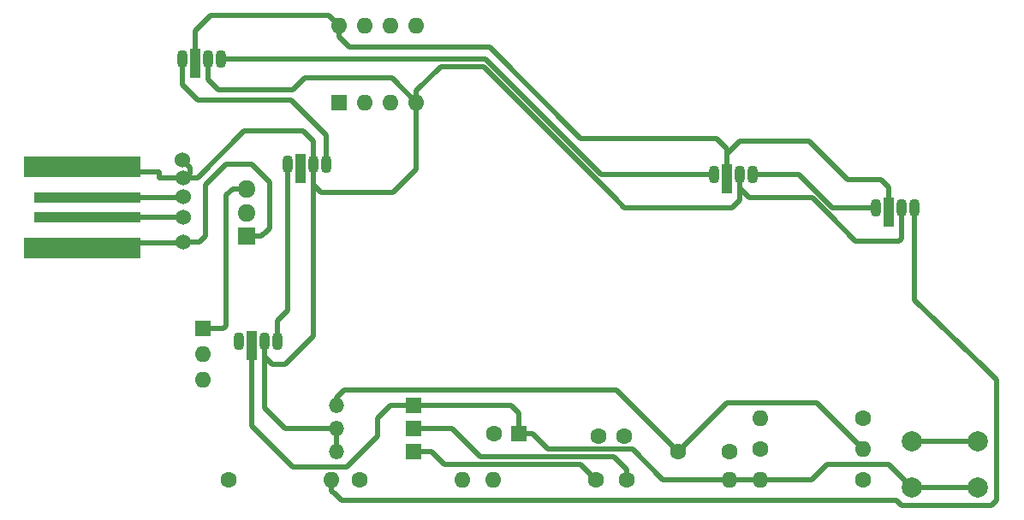
<source format=gtl>
G04 #@! TF.GenerationSoftware,KiCad,Pcbnew,(5.1.5-0-10_14)*
G04 #@! TF.CreationDate,2020-11-16T18:29:34+01:00*
G04 #@! TF.ProjectId,badge_2020,62616467-655f-4323-9032-302e6b696361,rev?*
G04 #@! TF.SameCoordinates,Original*
G04 #@! TF.FileFunction,Copper,L1,Top*
G04 #@! TF.FilePolarity,Positive*
%FSLAX46Y46*%
G04 Gerber Fmt 4.6, Leading zero omitted, Abs format (unit mm)*
G04 Created by KiCad (PCBNEW (5.1.5-0-10_14)) date 2020-11-16 18:29:34*
%MOMM*%
%LPD*%
G04 APERTURE LIST*
%ADD10C,0.500000*%
%ADD11C,1.600000*%
%ADD12R,1.600000X1.600000*%
%ADD13R,1.070000X3.000000*%
%ADD14O,1.070000X1.800000*%
%ADD15O,1.500000X1.500000*%
%ADD16R,1.500000X1.500000*%
%ADD17R,11.500000X2.000000*%
%ADD18R,10.500000X1.000000*%
%ADD19C,1.524000*%
%ADD20O,1.600000X1.600000*%
%ADD21O,1.800000X1.717500*%
%ADD22R,1.800000X1.717500*%
%ADD23C,2.000000*%
G04 APERTURE END LIST*
D10*
X130759700Y-109876000D02*
X130759700Y-109276000D01*
X130778500Y-109816900D02*
X132778500Y-109816900D01*
X128783100Y-116276000D02*
X132783100Y-116276000D01*
X128783100Y-109276000D02*
X130783100Y-109276000D01*
X128783100Y-111776000D02*
X132783100Y-111776000D01*
X128783100Y-113776000D02*
X132783100Y-113776000D01*
D11*
X163870000Y-135128000D03*
D12*
X166370000Y-135128000D03*
D13*
X139954000Y-126484000D03*
D14*
X138684000Y-125984000D03*
X141224000Y-125984000D03*
X142494000Y-125984000D03*
D15*
X148336000Y-136906000D03*
D16*
X155956000Y-136906000D03*
D15*
X148336000Y-134620000D03*
D16*
X155956000Y-134620000D03*
D11*
X187118000Y-136906000D03*
X182118000Y-136906000D03*
D17*
X123184000Y-108776000D03*
X123184000Y-116776000D03*
D18*
X123684000Y-113776000D03*
X123684000Y-111776000D03*
D19*
X133113300Y-109809400D03*
X133100600Y-111737900D03*
X133100600Y-113737900D03*
X133100600Y-116237900D03*
X133077200Y-108064300D03*
D20*
X148590000Y-94742000D03*
X156210000Y-102362000D03*
X151130000Y-94742000D03*
X153670000Y-102362000D03*
X153670000Y-94742000D03*
X151130000Y-102362000D03*
X156210000Y-94742000D03*
D12*
X148590000Y-102362000D03*
D11*
X176784000Y-135382000D03*
X174244000Y-135382000D03*
D13*
X144780000Y-108958000D03*
D14*
X143510000Y-108458000D03*
X146050000Y-108458000D03*
X147320000Y-108458000D03*
D13*
X134366000Y-98544000D03*
D14*
X133096000Y-98044000D03*
X135636000Y-98044000D03*
X136906000Y-98044000D03*
D13*
X186944000Y-109974000D03*
D14*
X185674000Y-109474000D03*
X188214000Y-109474000D03*
X189484000Y-109474000D03*
D13*
X202946000Y-113276000D03*
D14*
X201676000Y-112776000D03*
X204216000Y-112776000D03*
X205486000Y-112776000D03*
D20*
X135128000Y-127254000D03*
X135128000Y-129794000D03*
D12*
X135128000Y-124714000D03*
D15*
X148336000Y-132334000D03*
D16*
X155956000Y-132334000D03*
D20*
X190246000Y-133604000D03*
D11*
X200406000Y-133604000D03*
D20*
X147828000Y-139700000D03*
D11*
X137668000Y-139700000D03*
D20*
X190246000Y-139700000D03*
D11*
X200406000Y-139700000D03*
D20*
X200406000Y-136652000D03*
D11*
X190246000Y-136652000D03*
D21*
X139446000Y-110990000D03*
X139446000Y-113280000D03*
D22*
X139446000Y-115570000D03*
D20*
X187198000Y-139700000D03*
D11*
X177038000Y-139700000D03*
D20*
X160782000Y-139700000D03*
D11*
X150622000Y-139700000D03*
D20*
X163830000Y-139700000D03*
D11*
X173990000Y-139700000D03*
D23*
X211732000Y-140462000D03*
X211732000Y-135962000D03*
X205232000Y-140462000D03*
X205232000Y-135962000D03*
D10*
X148336000Y-136906000D02*
X148336000Y-134620000D01*
X133077200Y-108064300D02*
X133839199Y-108826299D01*
X133478510Y-109809400D02*
X134030600Y-109809400D01*
X133839199Y-109448711D02*
X133478510Y-109809400D01*
X133839199Y-108826299D02*
X133839199Y-109448711D01*
X203962000Y-116078000D02*
X204216000Y-115824000D01*
X204216000Y-115824000D02*
X204216000Y-112776000D01*
X197068046Y-113502046D02*
X199644000Y-116078000D01*
X199644000Y-116078000D02*
X203962000Y-116078000D01*
X197068046Y-113476008D02*
X197068046Y-113502046D01*
X195352038Y-111760000D02*
X197068046Y-113476008D01*
X189100000Y-111760000D02*
X195352038Y-111760000D01*
X188214000Y-110874000D02*
X189100000Y-111760000D01*
X188214000Y-109474000D02*
X188214000Y-110874000D01*
X156210000Y-108966000D02*
X156210000Y-102362000D01*
X146812000Y-111252000D02*
X146050000Y-110490000D01*
X136652000Y-101092000D02*
X143764000Y-101092000D01*
X135636000Y-100076000D02*
X136652000Y-101092000D01*
X135636000Y-98044000D02*
X135636000Y-100076000D01*
X141224000Y-125984000D02*
X141224000Y-132588000D01*
X143256000Y-134620000D02*
X148336000Y-134620000D01*
X141224000Y-132588000D02*
X143256000Y-134620000D01*
X141224000Y-125984000D02*
X141224000Y-127508000D01*
X141224000Y-127508000D02*
X141986000Y-128270000D01*
X141986000Y-128270000D02*
X143256000Y-128270000D01*
X146050000Y-125476000D02*
X146050000Y-109728000D01*
X143256000Y-128270000D02*
X146050000Y-125476000D01*
X146050000Y-109728000D02*
X146050000Y-108458000D01*
X146050000Y-110490000D02*
X146050000Y-109728000D01*
X153924000Y-111252000D02*
X154178000Y-110998000D01*
X147828000Y-111252000D02*
X153924000Y-111252000D01*
X154178000Y-110998000D02*
X156210000Y-108966000D01*
X148336000Y-111252000D02*
X147828000Y-111252000D01*
X147828000Y-111252000D02*
X146812000Y-111252000D01*
X188214000Y-112014000D02*
X188214000Y-109474000D01*
X175794038Y-111760000D02*
X175794038Y-111786038D01*
X176784000Y-112776000D02*
X187452000Y-112776000D01*
X175794038Y-111786038D02*
X176784000Y-112776000D01*
X187452000Y-112776000D02*
X188214000Y-112014000D01*
X162840038Y-98806000D02*
X175794038Y-111760000D01*
X143764000Y-101092000D02*
X144018000Y-101092000D01*
X145034000Y-105156000D02*
X139192000Y-105156000D01*
X134538600Y-109809400D02*
X133478510Y-109809400D01*
X139192000Y-105156000D02*
X134538600Y-109809400D01*
X146050000Y-106172000D02*
X145034000Y-105156000D01*
X146050000Y-108458000D02*
X146050000Y-106172000D01*
X153797000Y-99949000D02*
X156210000Y-102362000D01*
X145161000Y-99949000D02*
X153797000Y-99949000D01*
X144018000Y-101092000D02*
X145161000Y-99949000D01*
X158634630Y-98806000D02*
X160528000Y-98806000D01*
X156210000Y-101230630D02*
X158634630Y-98806000D01*
X156210000Y-102362000D02*
X156210000Y-101230630D01*
X160528000Y-98806000D02*
X162840038Y-98806000D01*
X159004000Y-138176000D02*
X172466000Y-138176000D01*
X157734000Y-136906000D02*
X159004000Y-138176000D01*
X155956000Y-136906000D02*
X157734000Y-136906000D01*
X172466000Y-138176000D02*
X173990000Y-139700000D01*
X134714100Y-116237900D02*
X133483110Y-116237900D01*
X135382000Y-115570000D02*
X134714100Y-116237900D01*
X137414000Y-108458000D02*
X135382000Y-110490000D01*
X141732000Y-110236000D02*
X139954000Y-108458000D01*
X135382000Y-110490000D02*
X135382000Y-115570000D01*
X139954000Y-108458000D02*
X137414000Y-108458000D01*
X141224000Y-115316000D02*
X141732000Y-114808000D01*
X141100000Y-115316000D02*
X141224000Y-115316000D01*
X140846000Y-115570000D02*
X141100000Y-115316000D01*
X141732000Y-114808000D02*
X141732000Y-110236000D01*
X139446000Y-115570000D02*
X140846000Y-115570000D01*
X161798000Y-130810000D02*
X149098000Y-130810000D01*
X161036000Y-130810000D02*
X161798000Y-130810000D01*
X149098000Y-130810000D02*
X148336000Y-131572000D01*
X148336000Y-131572000D02*
X148336000Y-132334000D01*
X195834000Y-132080000D02*
X200406000Y-136652000D01*
X186944000Y-132080000D02*
X195834000Y-132080000D01*
X176022000Y-130810000D02*
X182118000Y-136906000D01*
X175514000Y-130810000D02*
X176022000Y-130810000D01*
X161798000Y-130810000D02*
X175514000Y-130810000D01*
X182917999Y-136106001D02*
X186944000Y-132080000D01*
X182118000Y-136906000D02*
X182917999Y-136106001D01*
X162560000Y-137414000D02*
X175768000Y-137414000D01*
X175768000Y-137414000D02*
X177038000Y-138684000D01*
X159766000Y-134620000D02*
X162560000Y-137414000D01*
X177038000Y-138684000D02*
X177038000Y-139700000D01*
X155956000Y-134620000D02*
X159766000Y-134620000D01*
X212344000Y-128524000D02*
X205486000Y-121920000D01*
X147966630Y-140970000D02*
X148082000Y-140970000D01*
X213614000Y-129794000D02*
X212344000Y-128524000D01*
X204216000Y-142240000D02*
X213106000Y-142240000D01*
X213614000Y-141732000D02*
X213614000Y-129794000D01*
X213106000Y-142240000D02*
X213614000Y-141732000D01*
X205486000Y-121920000D02*
X205486000Y-114176000D01*
X203708000Y-141732000D02*
X204216000Y-142240000D01*
X147828000Y-139700000D02*
X147828000Y-140831370D01*
X205486000Y-114176000D02*
X205486000Y-112776000D01*
X147828000Y-140831370D02*
X147966630Y-140970000D01*
X148844000Y-141732000D02*
X203708000Y-141732000D01*
X148082000Y-140970000D02*
X148844000Y-141732000D01*
X189484000Y-109474000D02*
X194056000Y-109474000D01*
X197358000Y-112776000D02*
X201676000Y-112776000D01*
X194056000Y-109474000D02*
X197358000Y-112776000D01*
X136906000Y-98044000D02*
X163068000Y-98044000D01*
X174498000Y-109474000D02*
X185674000Y-109474000D01*
X163068000Y-98044000D02*
X174498000Y-109474000D01*
X147320000Y-105637962D02*
X147320000Y-108458000D01*
X134620000Y-102108000D02*
X143790038Y-102108000D01*
X143790038Y-102108000D02*
X147320000Y-105637962D01*
X133096000Y-100584000D02*
X134620000Y-102108000D01*
X133096000Y-98044000D02*
X133096000Y-100584000D01*
X137160000Y-124714000D02*
X135128000Y-124714000D01*
X137414000Y-124460000D02*
X137160000Y-124714000D01*
X137414000Y-111506000D02*
X137414000Y-124460000D01*
X138046000Y-110990000D02*
X137414000Y-111506000D01*
X139446000Y-110990000D02*
X138046000Y-110990000D01*
X205232000Y-135962000D02*
X211732000Y-135962000D01*
X165608000Y-132334000D02*
X166370000Y-133096000D01*
X155956000Y-132334000D02*
X165608000Y-132334000D01*
X183134000Y-139700000D02*
X187198000Y-139700000D01*
X187198000Y-139700000D02*
X190246000Y-139700000D01*
X139954000Y-125984000D02*
X139954000Y-134366000D01*
X139954000Y-134366000D02*
X144018000Y-138430000D01*
X144018000Y-138430000D02*
X149352000Y-138430000D01*
X149352000Y-138430000D02*
X152400000Y-135382000D01*
X152400000Y-135382000D02*
X152400000Y-133604000D01*
X153670000Y-132334000D02*
X155956000Y-132334000D01*
X152400000Y-133604000D02*
X153670000Y-132334000D01*
X134366000Y-98044000D02*
X134366000Y-95250000D01*
X134366000Y-95250000D02*
X135890000Y-93726000D01*
X147574000Y-93726000D02*
X148590000Y-94742000D01*
X135890000Y-93726000D02*
X147574000Y-93726000D01*
X148590000Y-95873370D02*
X149606000Y-96889370D01*
X148590000Y-94742000D02*
X148590000Y-95873370D01*
X149606000Y-96889370D02*
X163437370Y-96889370D01*
X163437370Y-96889370D02*
X172466000Y-105918000D01*
X172466000Y-105918000D02*
X185928000Y-105918000D01*
X185928000Y-105918000D02*
X186944000Y-106934000D01*
X186944000Y-106934000D02*
X186944000Y-109474000D01*
X186944000Y-109474000D02*
X186944000Y-107442000D01*
X186944000Y-107442000D02*
X188214000Y-106172000D01*
X188214000Y-106172000D02*
X195072000Y-106172000D01*
X195072000Y-106172000D02*
X198882000Y-109982000D01*
X198882000Y-109982000D02*
X202184000Y-109982000D01*
X202184000Y-109982000D02*
X202946000Y-110744000D01*
X202946000Y-110744000D02*
X202946000Y-112776000D01*
X166370000Y-133096000D02*
X166370000Y-135128000D01*
X169194000Y-136652000D02*
X170180000Y-136652000D01*
X167670000Y-135128000D02*
X169194000Y-136652000D01*
X166370000Y-135128000D02*
X167670000Y-135128000D01*
X196850000Y-138176000D02*
X202946000Y-138176000D01*
X202946000Y-138176000D02*
X205232000Y-140462000D01*
X195326000Y-139700000D02*
X196850000Y-138176000D01*
X190246000Y-139700000D02*
X195326000Y-139700000D01*
X205232000Y-140462000D02*
X211732000Y-140462000D01*
X170180000Y-136652000D02*
X177500475Y-136697525D01*
X177500475Y-136697525D02*
X177591525Y-136697525D01*
X180594000Y-139700000D02*
X183134000Y-139700000D01*
X177591525Y-136697525D02*
X180594000Y-139700000D01*
X142494000Y-123952000D02*
X142494000Y-125984000D01*
X143510000Y-122936000D02*
X142494000Y-123952000D01*
X143510000Y-108458000D02*
X143510000Y-122936000D01*
M02*

</source>
